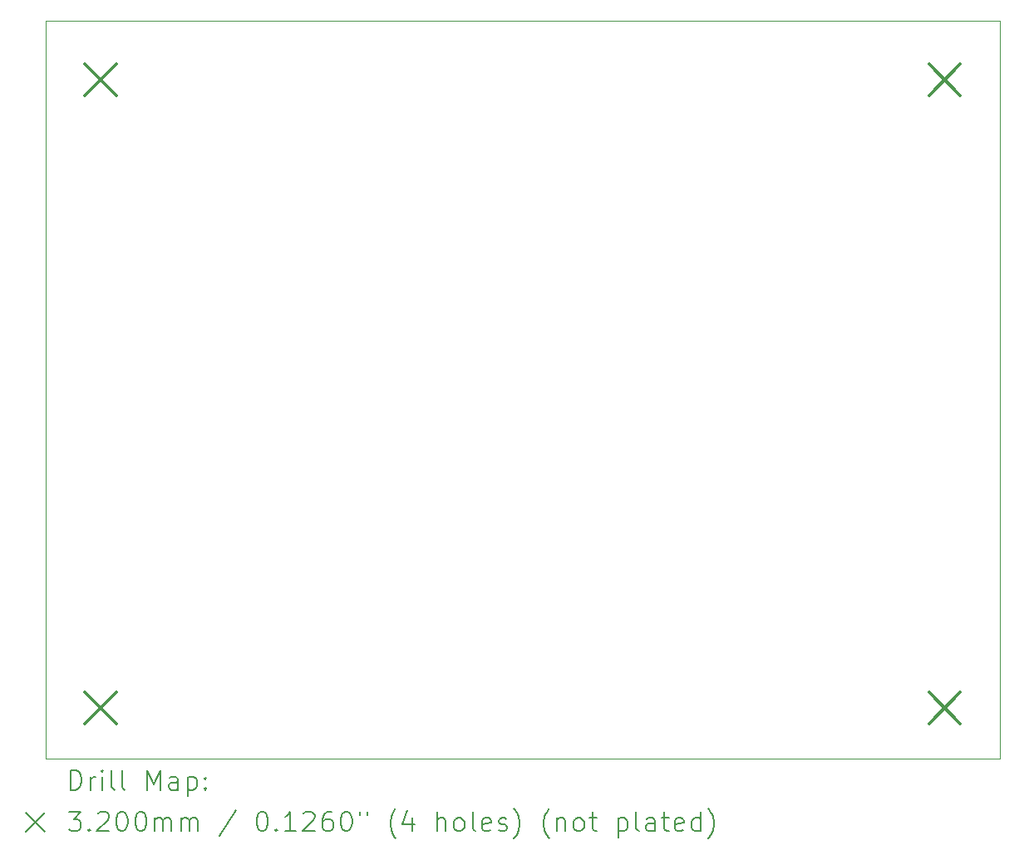
<source format=gbr>
%TF.GenerationSoftware,KiCad,Pcbnew,7.0.6*%
%TF.CreationDate,2023-12-12T17:12:15+00:00*%
%TF.ProjectId,BlankingRelay_Base,426c616e-6b69-46e6-9752-656c61795f42,rev?*%
%TF.SameCoordinates,Original*%
%TF.FileFunction,Drillmap*%
%TF.FilePolarity,Positive*%
%FSLAX45Y45*%
G04 Gerber Fmt 4.5, Leading zero omitted, Abs format (unit mm)*
G04 Created by KiCad (PCBNEW 7.0.6) date 2023-12-12 17:12:15*
%MOMM*%
%LPD*%
G01*
G04 APERTURE LIST*
%ADD10C,0.100000*%
%ADD11C,0.200000*%
%ADD12C,0.320000*%
G04 APERTURE END LIST*
D10*
X2941320Y-7493000D02*
X12660600Y-7493000D01*
X12660600Y-15016480D01*
X2941320Y-15016480D01*
X2941320Y-7493000D01*
D11*
D12*
X3340000Y-7940000D02*
X3660000Y-8260000D01*
X3660000Y-7940000D02*
X3340000Y-8260000D01*
X3340000Y-14340000D02*
X3660000Y-14660000D01*
X3660000Y-14340000D02*
X3340000Y-14660000D01*
X11940000Y-7940000D02*
X12260000Y-8260000D01*
X12260000Y-7940000D02*
X11940000Y-8260000D01*
X11940000Y-14340000D02*
X12260000Y-14660000D01*
X12260000Y-14340000D02*
X11940000Y-14660000D01*
D11*
X3197097Y-15332964D02*
X3197097Y-15132964D01*
X3197097Y-15132964D02*
X3244716Y-15132964D01*
X3244716Y-15132964D02*
X3273287Y-15142488D01*
X3273287Y-15142488D02*
X3292335Y-15161535D01*
X3292335Y-15161535D02*
X3301859Y-15180583D01*
X3301859Y-15180583D02*
X3311382Y-15218678D01*
X3311382Y-15218678D02*
X3311382Y-15247249D01*
X3311382Y-15247249D02*
X3301859Y-15285345D01*
X3301859Y-15285345D02*
X3292335Y-15304392D01*
X3292335Y-15304392D02*
X3273287Y-15323440D01*
X3273287Y-15323440D02*
X3244716Y-15332964D01*
X3244716Y-15332964D02*
X3197097Y-15332964D01*
X3397097Y-15332964D02*
X3397097Y-15199630D01*
X3397097Y-15237726D02*
X3406621Y-15218678D01*
X3406621Y-15218678D02*
X3416144Y-15209154D01*
X3416144Y-15209154D02*
X3435192Y-15199630D01*
X3435192Y-15199630D02*
X3454240Y-15199630D01*
X3520906Y-15332964D02*
X3520906Y-15199630D01*
X3520906Y-15132964D02*
X3511382Y-15142488D01*
X3511382Y-15142488D02*
X3520906Y-15152011D01*
X3520906Y-15152011D02*
X3530430Y-15142488D01*
X3530430Y-15142488D02*
X3520906Y-15132964D01*
X3520906Y-15132964D02*
X3520906Y-15152011D01*
X3644716Y-15332964D02*
X3625668Y-15323440D01*
X3625668Y-15323440D02*
X3616144Y-15304392D01*
X3616144Y-15304392D02*
X3616144Y-15132964D01*
X3749478Y-15332964D02*
X3730430Y-15323440D01*
X3730430Y-15323440D02*
X3720906Y-15304392D01*
X3720906Y-15304392D02*
X3720906Y-15132964D01*
X3978049Y-15332964D02*
X3978049Y-15132964D01*
X3978049Y-15132964D02*
X4044716Y-15275821D01*
X4044716Y-15275821D02*
X4111382Y-15132964D01*
X4111382Y-15132964D02*
X4111382Y-15332964D01*
X4292335Y-15332964D02*
X4292335Y-15228202D01*
X4292335Y-15228202D02*
X4282811Y-15209154D01*
X4282811Y-15209154D02*
X4263764Y-15199630D01*
X4263764Y-15199630D02*
X4225668Y-15199630D01*
X4225668Y-15199630D02*
X4206621Y-15209154D01*
X4292335Y-15323440D02*
X4273287Y-15332964D01*
X4273287Y-15332964D02*
X4225668Y-15332964D01*
X4225668Y-15332964D02*
X4206621Y-15323440D01*
X4206621Y-15323440D02*
X4197097Y-15304392D01*
X4197097Y-15304392D02*
X4197097Y-15285345D01*
X4197097Y-15285345D02*
X4206621Y-15266297D01*
X4206621Y-15266297D02*
X4225668Y-15256773D01*
X4225668Y-15256773D02*
X4273287Y-15256773D01*
X4273287Y-15256773D02*
X4292335Y-15247249D01*
X4387573Y-15199630D02*
X4387573Y-15399630D01*
X4387573Y-15209154D02*
X4406621Y-15199630D01*
X4406621Y-15199630D02*
X4444716Y-15199630D01*
X4444716Y-15199630D02*
X4463764Y-15209154D01*
X4463764Y-15209154D02*
X4473287Y-15218678D01*
X4473287Y-15218678D02*
X4482811Y-15237726D01*
X4482811Y-15237726D02*
X4482811Y-15294868D01*
X4482811Y-15294868D02*
X4473287Y-15313916D01*
X4473287Y-15313916D02*
X4463764Y-15323440D01*
X4463764Y-15323440D02*
X4444716Y-15332964D01*
X4444716Y-15332964D02*
X4406621Y-15332964D01*
X4406621Y-15332964D02*
X4387573Y-15323440D01*
X4568525Y-15313916D02*
X4578049Y-15323440D01*
X4578049Y-15323440D02*
X4568525Y-15332964D01*
X4568525Y-15332964D02*
X4559002Y-15323440D01*
X4559002Y-15323440D02*
X4568525Y-15313916D01*
X4568525Y-15313916D02*
X4568525Y-15332964D01*
X4568525Y-15209154D02*
X4578049Y-15218678D01*
X4578049Y-15218678D02*
X4568525Y-15228202D01*
X4568525Y-15228202D02*
X4559002Y-15218678D01*
X4559002Y-15218678D02*
X4568525Y-15209154D01*
X4568525Y-15209154D02*
X4568525Y-15228202D01*
X2736320Y-15561480D02*
X2936320Y-15761480D01*
X2936320Y-15561480D02*
X2736320Y-15761480D01*
X3178049Y-15552964D02*
X3301859Y-15552964D01*
X3301859Y-15552964D02*
X3235192Y-15629154D01*
X3235192Y-15629154D02*
X3263763Y-15629154D01*
X3263763Y-15629154D02*
X3282811Y-15638678D01*
X3282811Y-15638678D02*
X3292335Y-15648202D01*
X3292335Y-15648202D02*
X3301859Y-15667249D01*
X3301859Y-15667249D02*
X3301859Y-15714868D01*
X3301859Y-15714868D02*
X3292335Y-15733916D01*
X3292335Y-15733916D02*
X3282811Y-15743440D01*
X3282811Y-15743440D02*
X3263763Y-15752964D01*
X3263763Y-15752964D02*
X3206621Y-15752964D01*
X3206621Y-15752964D02*
X3187573Y-15743440D01*
X3187573Y-15743440D02*
X3178049Y-15733916D01*
X3387573Y-15733916D02*
X3397097Y-15743440D01*
X3397097Y-15743440D02*
X3387573Y-15752964D01*
X3387573Y-15752964D02*
X3378049Y-15743440D01*
X3378049Y-15743440D02*
X3387573Y-15733916D01*
X3387573Y-15733916D02*
X3387573Y-15752964D01*
X3473287Y-15572011D02*
X3482811Y-15562488D01*
X3482811Y-15562488D02*
X3501859Y-15552964D01*
X3501859Y-15552964D02*
X3549478Y-15552964D01*
X3549478Y-15552964D02*
X3568525Y-15562488D01*
X3568525Y-15562488D02*
X3578049Y-15572011D01*
X3578049Y-15572011D02*
X3587573Y-15591059D01*
X3587573Y-15591059D02*
X3587573Y-15610107D01*
X3587573Y-15610107D02*
X3578049Y-15638678D01*
X3578049Y-15638678D02*
X3463763Y-15752964D01*
X3463763Y-15752964D02*
X3587573Y-15752964D01*
X3711382Y-15552964D02*
X3730430Y-15552964D01*
X3730430Y-15552964D02*
X3749478Y-15562488D01*
X3749478Y-15562488D02*
X3759002Y-15572011D01*
X3759002Y-15572011D02*
X3768525Y-15591059D01*
X3768525Y-15591059D02*
X3778049Y-15629154D01*
X3778049Y-15629154D02*
X3778049Y-15676773D01*
X3778049Y-15676773D02*
X3768525Y-15714868D01*
X3768525Y-15714868D02*
X3759002Y-15733916D01*
X3759002Y-15733916D02*
X3749478Y-15743440D01*
X3749478Y-15743440D02*
X3730430Y-15752964D01*
X3730430Y-15752964D02*
X3711382Y-15752964D01*
X3711382Y-15752964D02*
X3692335Y-15743440D01*
X3692335Y-15743440D02*
X3682811Y-15733916D01*
X3682811Y-15733916D02*
X3673287Y-15714868D01*
X3673287Y-15714868D02*
X3663763Y-15676773D01*
X3663763Y-15676773D02*
X3663763Y-15629154D01*
X3663763Y-15629154D02*
X3673287Y-15591059D01*
X3673287Y-15591059D02*
X3682811Y-15572011D01*
X3682811Y-15572011D02*
X3692335Y-15562488D01*
X3692335Y-15562488D02*
X3711382Y-15552964D01*
X3901859Y-15552964D02*
X3920906Y-15552964D01*
X3920906Y-15552964D02*
X3939954Y-15562488D01*
X3939954Y-15562488D02*
X3949478Y-15572011D01*
X3949478Y-15572011D02*
X3959002Y-15591059D01*
X3959002Y-15591059D02*
X3968525Y-15629154D01*
X3968525Y-15629154D02*
X3968525Y-15676773D01*
X3968525Y-15676773D02*
X3959002Y-15714868D01*
X3959002Y-15714868D02*
X3949478Y-15733916D01*
X3949478Y-15733916D02*
X3939954Y-15743440D01*
X3939954Y-15743440D02*
X3920906Y-15752964D01*
X3920906Y-15752964D02*
X3901859Y-15752964D01*
X3901859Y-15752964D02*
X3882811Y-15743440D01*
X3882811Y-15743440D02*
X3873287Y-15733916D01*
X3873287Y-15733916D02*
X3863763Y-15714868D01*
X3863763Y-15714868D02*
X3854240Y-15676773D01*
X3854240Y-15676773D02*
X3854240Y-15629154D01*
X3854240Y-15629154D02*
X3863763Y-15591059D01*
X3863763Y-15591059D02*
X3873287Y-15572011D01*
X3873287Y-15572011D02*
X3882811Y-15562488D01*
X3882811Y-15562488D02*
X3901859Y-15552964D01*
X4054240Y-15752964D02*
X4054240Y-15619630D01*
X4054240Y-15638678D02*
X4063763Y-15629154D01*
X4063763Y-15629154D02*
X4082811Y-15619630D01*
X4082811Y-15619630D02*
X4111383Y-15619630D01*
X4111383Y-15619630D02*
X4130430Y-15629154D01*
X4130430Y-15629154D02*
X4139954Y-15648202D01*
X4139954Y-15648202D02*
X4139954Y-15752964D01*
X4139954Y-15648202D02*
X4149478Y-15629154D01*
X4149478Y-15629154D02*
X4168525Y-15619630D01*
X4168525Y-15619630D02*
X4197097Y-15619630D01*
X4197097Y-15619630D02*
X4216145Y-15629154D01*
X4216145Y-15629154D02*
X4225668Y-15648202D01*
X4225668Y-15648202D02*
X4225668Y-15752964D01*
X4320906Y-15752964D02*
X4320906Y-15619630D01*
X4320906Y-15638678D02*
X4330430Y-15629154D01*
X4330430Y-15629154D02*
X4349478Y-15619630D01*
X4349478Y-15619630D02*
X4378049Y-15619630D01*
X4378049Y-15619630D02*
X4397097Y-15629154D01*
X4397097Y-15629154D02*
X4406621Y-15648202D01*
X4406621Y-15648202D02*
X4406621Y-15752964D01*
X4406621Y-15648202D02*
X4416145Y-15629154D01*
X4416145Y-15629154D02*
X4435192Y-15619630D01*
X4435192Y-15619630D02*
X4463764Y-15619630D01*
X4463764Y-15619630D02*
X4482811Y-15629154D01*
X4482811Y-15629154D02*
X4492335Y-15648202D01*
X4492335Y-15648202D02*
X4492335Y-15752964D01*
X4882811Y-15543440D02*
X4711383Y-15800583D01*
X5139954Y-15552964D02*
X5159002Y-15552964D01*
X5159002Y-15552964D02*
X5178049Y-15562488D01*
X5178049Y-15562488D02*
X5187573Y-15572011D01*
X5187573Y-15572011D02*
X5197097Y-15591059D01*
X5197097Y-15591059D02*
X5206621Y-15629154D01*
X5206621Y-15629154D02*
X5206621Y-15676773D01*
X5206621Y-15676773D02*
X5197097Y-15714868D01*
X5197097Y-15714868D02*
X5187573Y-15733916D01*
X5187573Y-15733916D02*
X5178049Y-15743440D01*
X5178049Y-15743440D02*
X5159002Y-15752964D01*
X5159002Y-15752964D02*
X5139954Y-15752964D01*
X5139954Y-15752964D02*
X5120907Y-15743440D01*
X5120907Y-15743440D02*
X5111383Y-15733916D01*
X5111383Y-15733916D02*
X5101859Y-15714868D01*
X5101859Y-15714868D02*
X5092335Y-15676773D01*
X5092335Y-15676773D02*
X5092335Y-15629154D01*
X5092335Y-15629154D02*
X5101859Y-15591059D01*
X5101859Y-15591059D02*
X5111383Y-15572011D01*
X5111383Y-15572011D02*
X5120907Y-15562488D01*
X5120907Y-15562488D02*
X5139954Y-15552964D01*
X5292335Y-15733916D02*
X5301859Y-15743440D01*
X5301859Y-15743440D02*
X5292335Y-15752964D01*
X5292335Y-15752964D02*
X5282811Y-15743440D01*
X5282811Y-15743440D02*
X5292335Y-15733916D01*
X5292335Y-15733916D02*
X5292335Y-15752964D01*
X5492335Y-15752964D02*
X5378049Y-15752964D01*
X5435192Y-15752964D02*
X5435192Y-15552964D01*
X5435192Y-15552964D02*
X5416145Y-15581535D01*
X5416145Y-15581535D02*
X5397097Y-15600583D01*
X5397097Y-15600583D02*
X5378049Y-15610107D01*
X5568526Y-15572011D02*
X5578049Y-15562488D01*
X5578049Y-15562488D02*
X5597097Y-15552964D01*
X5597097Y-15552964D02*
X5644716Y-15552964D01*
X5644716Y-15552964D02*
X5663764Y-15562488D01*
X5663764Y-15562488D02*
X5673287Y-15572011D01*
X5673287Y-15572011D02*
X5682811Y-15591059D01*
X5682811Y-15591059D02*
X5682811Y-15610107D01*
X5682811Y-15610107D02*
X5673287Y-15638678D01*
X5673287Y-15638678D02*
X5559002Y-15752964D01*
X5559002Y-15752964D02*
X5682811Y-15752964D01*
X5854240Y-15552964D02*
X5816145Y-15552964D01*
X5816145Y-15552964D02*
X5797097Y-15562488D01*
X5797097Y-15562488D02*
X5787573Y-15572011D01*
X5787573Y-15572011D02*
X5768526Y-15600583D01*
X5768526Y-15600583D02*
X5759002Y-15638678D01*
X5759002Y-15638678D02*
X5759002Y-15714868D01*
X5759002Y-15714868D02*
X5768526Y-15733916D01*
X5768526Y-15733916D02*
X5778049Y-15743440D01*
X5778049Y-15743440D02*
X5797097Y-15752964D01*
X5797097Y-15752964D02*
X5835192Y-15752964D01*
X5835192Y-15752964D02*
X5854240Y-15743440D01*
X5854240Y-15743440D02*
X5863764Y-15733916D01*
X5863764Y-15733916D02*
X5873287Y-15714868D01*
X5873287Y-15714868D02*
X5873287Y-15667249D01*
X5873287Y-15667249D02*
X5863764Y-15648202D01*
X5863764Y-15648202D02*
X5854240Y-15638678D01*
X5854240Y-15638678D02*
X5835192Y-15629154D01*
X5835192Y-15629154D02*
X5797097Y-15629154D01*
X5797097Y-15629154D02*
X5778049Y-15638678D01*
X5778049Y-15638678D02*
X5768526Y-15648202D01*
X5768526Y-15648202D02*
X5759002Y-15667249D01*
X5997097Y-15552964D02*
X6016145Y-15552964D01*
X6016145Y-15552964D02*
X6035192Y-15562488D01*
X6035192Y-15562488D02*
X6044716Y-15572011D01*
X6044716Y-15572011D02*
X6054240Y-15591059D01*
X6054240Y-15591059D02*
X6063764Y-15629154D01*
X6063764Y-15629154D02*
X6063764Y-15676773D01*
X6063764Y-15676773D02*
X6054240Y-15714868D01*
X6054240Y-15714868D02*
X6044716Y-15733916D01*
X6044716Y-15733916D02*
X6035192Y-15743440D01*
X6035192Y-15743440D02*
X6016145Y-15752964D01*
X6016145Y-15752964D02*
X5997097Y-15752964D01*
X5997097Y-15752964D02*
X5978049Y-15743440D01*
X5978049Y-15743440D02*
X5968526Y-15733916D01*
X5968526Y-15733916D02*
X5959002Y-15714868D01*
X5959002Y-15714868D02*
X5949478Y-15676773D01*
X5949478Y-15676773D02*
X5949478Y-15629154D01*
X5949478Y-15629154D02*
X5959002Y-15591059D01*
X5959002Y-15591059D02*
X5968526Y-15572011D01*
X5968526Y-15572011D02*
X5978049Y-15562488D01*
X5978049Y-15562488D02*
X5997097Y-15552964D01*
X6139954Y-15552964D02*
X6139954Y-15591059D01*
X6216145Y-15552964D02*
X6216145Y-15591059D01*
X6511383Y-15829154D02*
X6501859Y-15819630D01*
X6501859Y-15819630D02*
X6482811Y-15791059D01*
X6482811Y-15791059D02*
X6473288Y-15772011D01*
X6473288Y-15772011D02*
X6463764Y-15743440D01*
X6463764Y-15743440D02*
X6454240Y-15695821D01*
X6454240Y-15695821D02*
X6454240Y-15657726D01*
X6454240Y-15657726D02*
X6463764Y-15610107D01*
X6463764Y-15610107D02*
X6473288Y-15581535D01*
X6473288Y-15581535D02*
X6482811Y-15562488D01*
X6482811Y-15562488D02*
X6501859Y-15533916D01*
X6501859Y-15533916D02*
X6511383Y-15524392D01*
X6673288Y-15619630D02*
X6673288Y-15752964D01*
X6625668Y-15543440D02*
X6578049Y-15686297D01*
X6578049Y-15686297D02*
X6701859Y-15686297D01*
X6930430Y-15752964D02*
X6930430Y-15552964D01*
X7016145Y-15752964D02*
X7016145Y-15648202D01*
X7016145Y-15648202D02*
X7006621Y-15629154D01*
X7006621Y-15629154D02*
X6987573Y-15619630D01*
X6987573Y-15619630D02*
X6959002Y-15619630D01*
X6959002Y-15619630D02*
X6939954Y-15629154D01*
X6939954Y-15629154D02*
X6930430Y-15638678D01*
X7139954Y-15752964D02*
X7120907Y-15743440D01*
X7120907Y-15743440D02*
X7111383Y-15733916D01*
X7111383Y-15733916D02*
X7101859Y-15714868D01*
X7101859Y-15714868D02*
X7101859Y-15657726D01*
X7101859Y-15657726D02*
X7111383Y-15638678D01*
X7111383Y-15638678D02*
X7120907Y-15629154D01*
X7120907Y-15629154D02*
X7139954Y-15619630D01*
X7139954Y-15619630D02*
X7168526Y-15619630D01*
X7168526Y-15619630D02*
X7187573Y-15629154D01*
X7187573Y-15629154D02*
X7197097Y-15638678D01*
X7197097Y-15638678D02*
X7206621Y-15657726D01*
X7206621Y-15657726D02*
X7206621Y-15714868D01*
X7206621Y-15714868D02*
X7197097Y-15733916D01*
X7197097Y-15733916D02*
X7187573Y-15743440D01*
X7187573Y-15743440D02*
X7168526Y-15752964D01*
X7168526Y-15752964D02*
X7139954Y-15752964D01*
X7320907Y-15752964D02*
X7301859Y-15743440D01*
X7301859Y-15743440D02*
X7292335Y-15724392D01*
X7292335Y-15724392D02*
X7292335Y-15552964D01*
X7473288Y-15743440D02*
X7454240Y-15752964D01*
X7454240Y-15752964D02*
X7416145Y-15752964D01*
X7416145Y-15752964D02*
X7397097Y-15743440D01*
X7397097Y-15743440D02*
X7387573Y-15724392D01*
X7387573Y-15724392D02*
X7387573Y-15648202D01*
X7387573Y-15648202D02*
X7397097Y-15629154D01*
X7397097Y-15629154D02*
X7416145Y-15619630D01*
X7416145Y-15619630D02*
X7454240Y-15619630D01*
X7454240Y-15619630D02*
X7473288Y-15629154D01*
X7473288Y-15629154D02*
X7482811Y-15648202D01*
X7482811Y-15648202D02*
X7482811Y-15667249D01*
X7482811Y-15667249D02*
X7387573Y-15686297D01*
X7559002Y-15743440D02*
X7578050Y-15752964D01*
X7578050Y-15752964D02*
X7616145Y-15752964D01*
X7616145Y-15752964D02*
X7635192Y-15743440D01*
X7635192Y-15743440D02*
X7644716Y-15724392D01*
X7644716Y-15724392D02*
X7644716Y-15714868D01*
X7644716Y-15714868D02*
X7635192Y-15695821D01*
X7635192Y-15695821D02*
X7616145Y-15686297D01*
X7616145Y-15686297D02*
X7587573Y-15686297D01*
X7587573Y-15686297D02*
X7568526Y-15676773D01*
X7568526Y-15676773D02*
X7559002Y-15657726D01*
X7559002Y-15657726D02*
X7559002Y-15648202D01*
X7559002Y-15648202D02*
X7568526Y-15629154D01*
X7568526Y-15629154D02*
X7587573Y-15619630D01*
X7587573Y-15619630D02*
X7616145Y-15619630D01*
X7616145Y-15619630D02*
X7635192Y-15629154D01*
X7711383Y-15829154D02*
X7720907Y-15819630D01*
X7720907Y-15819630D02*
X7739954Y-15791059D01*
X7739954Y-15791059D02*
X7749478Y-15772011D01*
X7749478Y-15772011D02*
X7759002Y-15743440D01*
X7759002Y-15743440D02*
X7768526Y-15695821D01*
X7768526Y-15695821D02*
X7768526Y-15657726D01*
X7768526Y-15657726D02*
X7759002Y-15610107D01*
X7759002Y-15610107D02*
X7749478Y-15581535D01*
X7749478Y-15581535D02*
X7739954Y-15562488D01*
X7739954Y-15562488D02*
X7720907Y-15533916D01*
X7720907Y-15533916D02*
X7711383Y-15524392D01*
X8073288Y-15829154D02*
X8063764Y-15819630D01*
X8063764Y-15819630D02*
X8044716Y-15791059D01*
X8044716Y-15791059D02*
X8035192Y-15772011D01*
X8035192Y-15772011D02*
X8025669Y-15743440D01*
X8025669Y-15743440D02*
X8016145Y-15695821D01*
X8016145Y-15695821D02*
X8016145Y-15657726D01*
X8016145Y-15657726D02*
X8025669Y-15610107D01*
X8025669Y-15610107D02*
X8035192Y-15581535D01*
X8035192Y-15581535D02*
X8044716Y-15562488D01*
X8044716Y-15562488D02*
X8063764Y-15533916D01*
X8063764Y-15533916D02*
X8073288Y-15524392D01*
X8149478Y-15619630D02*
X8149478Y-15752964D01*
X8149478Y-15638678D02*
X8159002Y-15629154D01*
X8159002Y-15629154D02*
X8178050Y-15619630D01*
X8178050Y-15619630D02*
X8206621Y-15619630D01*
X8206621Y-15619630D02*
X8225669Y-15629154D01*
X8225669Y-15629154D02*
X8235192Y-15648202D01*
X8235192Y-15648202D02*
X8235192Y-15752964D01*
X8359002Y-15752964D02*
X8339954Y-15743440D01*
X8339954Y-15743440D02*
X8330431Y-15733916D01*
X8330431Y-15733916D02*
X8320907Y-15714868D01*
X8320907Y-15714868D02*
X8320907Y-15657726D01*
X8320907Y-15657726D02*
X8330431Y-15638678D01*
X8330431Y-15638678D02*
X8339954Y-15629154D01*
X8339954Y-15629154D02*
X8359002Y-15619630D01*
X8359002Y-15619630D02*
X8387573Y-15619630D01*
X8387573Y-15619630D02*
X8406621Y-15629154D01*
X8406621Y-15629154D02*
X8416145Y-15638678D01*
X8416145Y-15638678D02*
X8425669Y-15657726D01*
X8425669Y-15657726D02*
X8425669Y-15714868D01*
X8425669Y-15714868D02*
X8416145Y-15733916D01*
X8416145Y-15733916D02*
X8406621Y-15743440D01*
X8406621Y-15743440D02*
X8387573Y-15752964D01*
X8387573Y-15752964D02*
X8359002Y-15752964D01*
X8482812Y-15619630D02*
X8559002Y-15619630D01*
X8511383Y-15552964D02*
X8511383Y-15724392D01*
X8511383Y-15724392D02*
X8520907Y-15743440D01*
X8520907Y-15743440D02*
X8539954Y-15752964D01*
X8539954Y-15752964D02*
X8559002Y-15752964D01*
X8778050Y-15619630D02*
X8778050Y-15819630D01*
X8778050Y-15629154D02*
X8797097Y-15619630D01*
X8797097Y-15619630D02*
X8835193Y-15619630D01*
X8835193Y-15619630D02*
X8854240Y-15629154D01*
X8854240Y-15629154D02*
X8863764Y-15638678D01*
X8863764Y-15638678D02*
X8873288Y-15657726D01*
X8873288Y-15657726D02*
X8873288Y-15714868D01*
X8873288Y-15714868D02*
X8863764Y-15733916D01*
X8863764Y-15733916D02*
X8854240Y-15743440D01*
X8854240Y-15743440D02*
X8835193Y-15752964D01*
X8835193Y-15752964D02*
X8797097Y-15752964D01*
X8797097Y-15752964D02*
X8778050Y-15743440D01*
X8987574Y-15752964D02*
X8968526Y-15743440D01*
X8968526Y-15743440D02*
X8959002Y-15724392D01*
X8959002Y-15724392D02*
X8959002Y-15552964D01*
X9149478Y-15752964D02*
X9149478Y-15648202D01*
X9149478Y-15648202D02*
X9139955Y-15629154D01*
X9139955Y-15629154D02*
X9120907Y-15619630D01*
X9120907Y-15619630D02*
X9082812Y-15619630D01*
X9082812Y-15619630D02*
X9063764Y-15629154D01*
X9149478Y-15743440D02*
X9130431Y-15752964D01*
X9130431Y-15752964D02*
X9082812Y-15752964D01*
X9082812Y-15752964D02*
X9063764Y-15743440D01*
X9063764Y-15743440D02*
X9054240Y-15724392D01*
X9054240Y-15724392D02*
X9054240Y-15705345D01*
X9054240Y-15705345D02*
X9063764Y-15686297D01*
X9063764Y-15686297D02*
X9082812Y-15676773D01*
X9082812Y-15676773D02*
X9130431Y-15676773D01*
X9130431Y-15676773D02*
X9149478Y-15667249D01*
X9216145Y-15619630D02*
X9292335Y-15619630D01*
X9244716Y-15552964D02*
X9244716Y-15724392D01*
X9244716Y-15724392D02*
X9254240Y-15743440D01*
X9254240Y-15743440D02*
X9273288Y-15752964D01*
X9273288Y-15752964D02*
X9292335Y-15752964D01*
X9435193Y-15743440D02*
X9416145Y-15752964D01*
X9416145Y-15752964D02*
X9378050Y-15752964D01*
X9378050Y-15752964D02*
X9359002Y-15743440D01*
X9359002Y-15743440D02*
X9349478Y-15724392D01*
X9349478Y-15724392D02*
X9349478Y-15648202D01*
X9349478Y-15648202D02*
X9359002Y-15629154D01*
X9359002Y-15629154D02*
X9378050Y-15619630D01*
X9378050Y-15619630D02*
X9416145Y-15619630D01*
X9416145Y-15619630D02*
X9435193Y-15629154D01*
X9435193Y-15629154D02*
X9444716Y-15648202D01*
X9444716Y-15648202D02*
X9444716Y-15667249D01*
X9444716Y-15667249D02*
X9349478Y-15686297D01*
X9616145Y-15752964D02*
X9616145Y-15552964D01*
X9616145Y-15743440D02*
X9597097Y-15752964D01*
X9597097Y-15752964D02*
X9559002Y-15752964D01*
X9559002Y-15752964D02*
X9539955Y-15743440D01*
X9539955Y-15743440D02*
X9530431Y-15733916D01*
X9530431Y-15733916D02*
X9520907Y-15714868D01*
X9520907Y-15714868D02*
X9520907Y-15657726D01*
X9520907Y-15657726D02*
X9530431Y-15638678D01*
X9530431Y-15638678D02*
X9539955Y-15629154D01*
X9539955Y-15629154D02*
X9559002Y-15619630D01*
X9559002Y-15619630D02*
X9597097Y-15619630D01*
X9597097Y-15619630D02*
X9616145Y-15629154D01*
X9692336Y-15829154D02*
X9701859Y-15819630D01*
X9701859Y-15819630D02*
X9720907Y-15791059D01*
X9720907Y-15791059D02*
X9730431Y-15772011D01*
X9730431Y-15772011D02*
X9739955Y-15743440D01*
X9739955Y-15743440D02*
X9749478Y-15695821D01*
X9749478Y-15695821D02*
X9749478Y-15657726D01*
X9749478Y-15657726D02*
X9739955Y-15610107D01*
X9739955Y-15610107D02*
X9730431Y-15581535D01*
X9730431Y-15581535D02*
X9720907Y-15562488D01*
X9720907Y-15562488D02*
X9701859Y-15533916D01*
X9701859Y-15533916D02*
X9692336Y-15524392D01*
M02*

</source>
